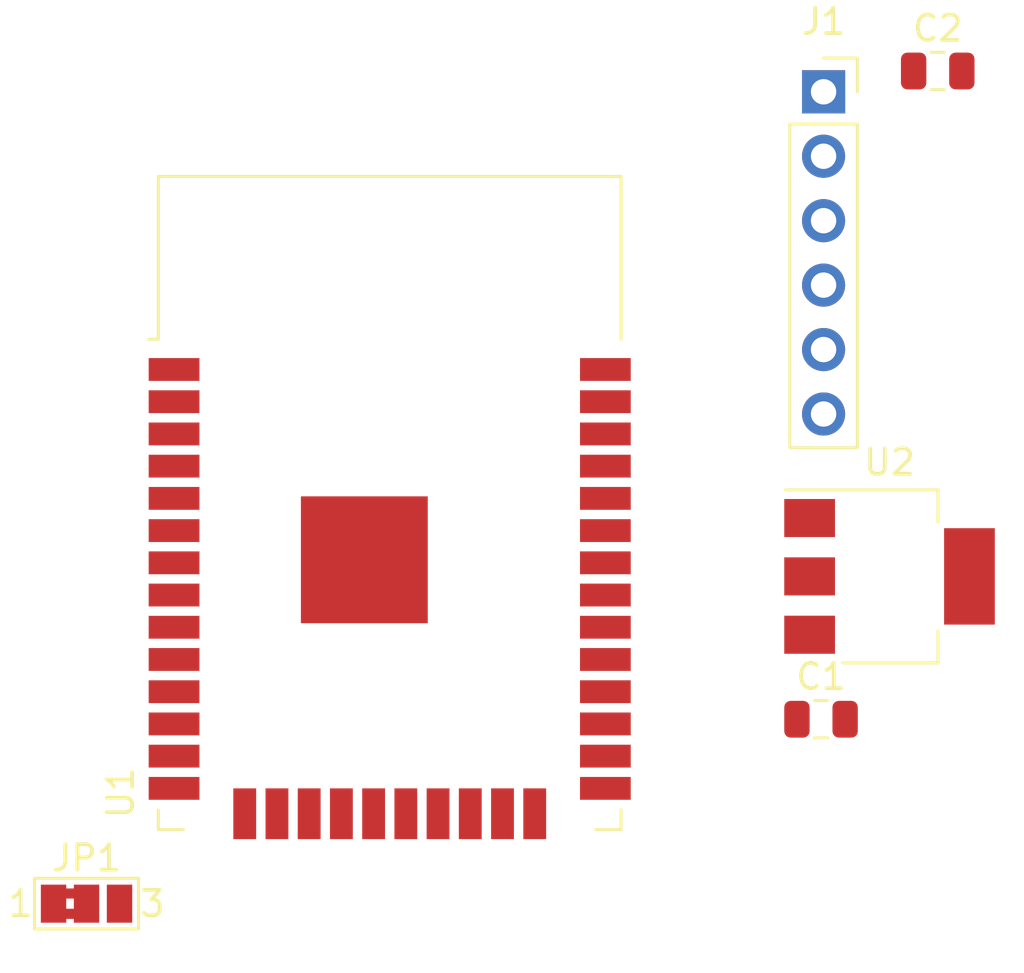
<source format=kicad_pcb>
(kicad_pcb (version 20211014) (generator pcbnew)
  (layers (0 "F.Cu" signal) (31 "B.Cu" signal) (34 "B.Paste" user) (35 "F.Paste" user) (36 "B.SilkS" user "B.Silkscreen") (37 "F.SilkS" user "F.Silkscreen") (38 "B.Mask" user) (39 "F.Mask" user) (44 "Edge.Cuts" user))
  (net 0 "")
  (net 1 "Net-(C1-Pad1)")
  (net 2 "GND")
  (net 3 "+3.3V")
  (net 5 "Net-(J1-Pad3)")
  (net 31 "/GPIO-0")
  (net 40 "/Rx")
  (net 41 "/Tx")
  (footprint "Package_TO_SOT_SMD:SOT-223-3_TabPin2" (layer "F.Cu") (at 164.1 83.47)
    (fp_text reference "U2" (at 0 -4.5) (layer "F.SilkS"))
    (fp_text value "AMS1117-3.3")
    (fp_line (start -4.1 -3.41) (end 1.91 -3.41) (layer "F.SilkS") (width 0.12))
    (fp_line (start 1.91 -3.41) (end 1.91 -2.15) (layer "F.SilkS") (width 0.12))
    (fp_line (start 1.91 3.41) (end 1.91 2.15) (layer "F.SilkS") (width 0.12))
    (fp_line (start -1.85 3.41) (end 1.91 3.41) (layer "F.SilkS") (width 0.12))
    (pad "1" smd rect (at -3.15 -2.3) (size 2 1.5) (layers "F.Cu" "F.Paste" "F.Mask") (net 2 "GND"))
    (pad "2" smd rect (at 3.15 0) (size 2 3.8) (layers "F.Cu" "F.Paste" "F.Mask") (net 3 "+3.3V"))
    (pad "2" smd rect (at -3.15 0) (size 2 1.5) (layers "F.Cu" "F.Paste" "F.Mask") (net 3 "+3.3V"))
    (pad "3" smd rect (at -3.15 2.3) (size 2 1.5) (layers "F.Cu" "F.Paste" "F.Mask") (net 1 "Net-(C1-Pad1)"))
  )
  (footprint "Capacitor_SMD:C_0805_2012Metric" (layer "F.Cu") (at 161.4 89.1)
    (fp_text reference "C1" (at 0 -1.68) (layer "F.SilkS"))
    (fp_text value "C")
    (fp_line (start -0.261252 0.735) (end 0.261252 0.735) (layer "F.SilkS") (width 0.12))
    (fp_line (start -0.261252 -0.735) (end 0.261252 -0.735) (layer "F.SilkS") (width 0.12))
    (pad "1" smd roundrect (at -0.95 0) (size 1 1.45) (layers "F.Cu" "F.Paste" "F.Mask") (net 1 "Net-(C1-Pad1)"))
    (pad "2" smd roundrect (at 0.95 0) (size 1 1.45) (layers "F.Cu" "F.Paste" "F.Mask") (net 2 "GND"))
  )
  (footprint "Jumper:SolderJumper-3_P1.3mm_Bridged2Bar12_Pad1.0x1.5mm_NumberLabels" (layer "F.Cu") (at 132.45 96.37)
    (fp_text reference "JP1" (at 0 -1.8) (layer "F.SilkS"))
    (fp_text value "V-select")
    (fp_text user "1" (at -2.6 0) (layer "F.SilkS"))
    (fp_text user "3" (at 2.6 0) (layer "F.SilkS"))
    (fp_poly (pts (xy -0.9 0.2) (xy -0.4 0.2) (xy -0.4 0.6) (xy -0.9 0.6)) (layer "F.Cu") (width 0) (fill solid))
    (fp_poly (pts (xy -0.9 -0.6) (xy -0.4 -0.6) (xy -0.4 -0.2) (xy -0.9 -0.2)) (layer "F.Cu") (width 0) (fill solid))
    (fp_line (start -2.05 1) (end -2.05 -1) (layer "F.SilkS") (width 0.12))
    (fp_line (start 2.05 -1) (end 2.05 1) (layer "F.SilkS") (width 0.12))
    (fp_line (start 2.05 1) (end -2.05 1) (layer "F.SilkS") (width 0.12))
    (fp_line (start -2.05 -1) (end 2.05 -1) (layer "F.SilkS") (width 0.12))
    (pad "1" smd rect (at -1.3 0) (size 1 1.5) (layers "F.Cu" "F.Mask") (net 3 "+3.3V"))
    (pad "2" smd rect (at 0 0) (size 1 1.5) (layers "F.Cu" "F.Mask") (net 5 "Net-(J1-Pad3)"))
    (pad "3" smd rect (at 1.3 0) (size 1 1.5) (layers "F.Cu" "F.Mask"))
  )
  (footprint "RF_Module:ESP32-WROOM-32" (layer "F.Cu") (at 144.4 83.57)
    (fp_text reference "U1" (at -10.61 8.43 90) (layer "F.SilkS"))
    (fp_text value "ESP32-WROOM-32D")
    (fp_line (start -9.12 -9.445) (end -9.5 -9.445) (layer "F.SilkS") (width 0.12))
    (fp_line (start -9.12 -15.865) (end -9.12 -9.445) (layer "F.SilkS") (width 0.12))
    (fp_line (start 9.12 9.88) (end 8.12 9.88) (layer "F.SilkS") (width 0.12))
    (fp_line (start 9.12 -15.865) (end 9.12 -9.445) (layer "F.SilkS") (width 0.12))
    (fp_line (start -9.12 9.1) (end -9.12 9.88) (layer "F.SilkS") (width 0.12))
    (fp_line (start -9.12 -15.865) (end 9.12 -15.865) (layer "F.SilkS") (width 0.12))
    (fp_line (start -9.12 9.88) (end -8.12 9.88) (layer "F.SilkS") (width 0.12))
    (fp_line (start 9.12 9.1) (end 9.12 9.88) (layer "F.SilkS") (width 0.12))
    (pad "1" smd rect (at -8.5 -8.255) (size 2 0.9) (layers "F.Cu" "F.Paste" "F.Mask") (net 2 "GND"))
    (pad "2" smd rect (at -8.5 -6.985) (size 2 0.9) (layers "F.Cu" "F.Paste" "F.Mask") (net 3 "+3.3V"))
    (pad "3" smd rect (at -8.5 -5.715) (size 2 0.9) (layers "F.Cu" "F.Paste" "F.Mask"))
    (pad "4" smd rect (at -8.5 -4.445) (size 2 0.9) (layers "F.Cu" "F.Paste" "F.Mask"))
    (pad "5" smd rect (at -8.5 -3.175) (size 2 0.9) (layers "F.Cu" "F.Paste" "F.Mask"))
    (pad "6" smd rect (at -8.5 -1.905) (size 2 0.9) (layers "F.Cu" "F.Paste" "F.Mask"))
    (pad "7" smd rect (at -8.5 -0.635) (size 2 0.9) (layers "F.Cu" "F.Paste" "F.Mask"))
    (pad "8" smd rect (at -8.5 0.635) (size 2 0.9) (layers "F.Cu" "F.Paste" "F.Mask"))
    (pad "9" smd rect (at -8.5 1.905) (size 2 0.9) (layers "F.Cu" "F.Paste" "F.Mask"))
    (pad "10" smd rect (at -8.5 3.175) (size 2 0.9) (layers "F.Cu" "F.Paste" "F.Mask"))
    (pad "11" smd rect (at -8.5 4.445) (size 2 0.9) (layers "F.Cu" "F.Paste" "F.Mask"))
    (pad "12" smd rect (at -8.5 5.715) (size 2 0.9) (layers "F.Cu" "F.Paste" "F.Mask"))
    (pad "13" smd rect (at -8.5 6.985) (size 2 0.9) (layers "F.Cu" "F.Paste" "F.Mask"))
    (pad "14" smd rect (at -8.5 8.255) (size 2 0.9) (layers "F.Cu" "F.Paste" "F.Mask"))
    (pad "15" smd rect (at -5.715 9.255 90) (size 2 0.9) (layers "F.Cu" "F.Paste" "F.Mask") (net 2 "GND"))
    (pad "16" smd rect (at -4.445 9.255 90) (size 2 0.9) (layers "F.Cu" "F.Paste" "F.Mask"))
    (pad "17" smd rect (at -3.175 9.255 90) (size 2 0.9) (layers "F.Cu" "F.Paste" "F.Mask"))
    (pad "18" smd rect (at -1.905 9.255 90) (size 2 0.9) (layers "F.Cu" "F.Paste" "F.Mask"))
    (pad "19" smd rect (at -0.635 9.255 90) (size 2 0.9) (layers "F.Cu" "F.Paste" "F.Mask"))
    (pad "20" smd rect (at 0.635 9.255 90) (size 2 0.9) (layers "F.Cu" "F.Paste" "F.Mask"))
    (pad "21" smd rect (at 1.905 9.255 90) (size 2 0.9) (layers "F.Cu" "F.Paste" "F.Mask"))
    (pad "22" smd rect (at 3.175 9.255 90) (size 2 0.9) (layers "F.Cu" "F.Paste" "F.Mask"))
    (pad "23" smd rect (at 4.445 9.255 90) (size 2 0.9) (layers "F.Cu" "F.Paste" "F.Mask"))
    (pad "24" smd rect (at 5.715 9.255 90) (size 2 0.9) (layers "F.Cu" "F.Paste" "F.Mask"))
    (pad "25" smd rect (at 8.5 8.255) (size 2 0.9) (layers "F.Cu" "F.Paste" "F.Mask") (net 31 "/GPIO-0"))
    (pad "26" smd rect (at 8.5 6.985) (size 2 0.9) (layers "F.Cu" "F.Paste" "F.Mask"))
    (pad "27" smd rect (at 8.5 5.715) (size 2 0.9) (layers "F.Cu" "F.Paste" "F.Mask"))
    (pad "28" smd rect (at 8.5 4.445) (size 2 0.9) (layers "F.Cu" "F.Paste" "F.Mask"))
    (pad "29" smd rect (at 8.5 3.175) (size 2 0.9) (layers "F.Cu" "F.Paste" "F.Mask"))
    (pad "30" smd rect (at 8.5 1.905) (size 2 0.9) (layers "F.Cu" "F.Paste" "F.Mask"))
    (pad "31" smd rect (at 8.5 0.635) (size 2 0.9) (layers "F.Cu" "F.Paste" "F.Mask"))
    (pad "32" smd rect (at 8.5 -0.635) (size 2 0.9) (layers "F.Cu" "F.Paste" "F.Mask"))
    (pad "33" smd rect (at 8.5 -1.905) (size 2 0.9) (layers "F.Cu" "F.Paste" "F.Mask"))
    (pad "34" smd rect (at 8.5 -3.175) (size 2 0.9) (layers "F.Cu" "F.Paste" "F.Mask") (net 40 "/Rx"))
    (pad "35" smd rect (at 8.5 -4.445) (size 2 0.9) (layers "F.Cu" "F.Paste" "F.Mask") (net 41 "/Tx"))
    (pad "36" smd rect (at 8.5 -5.715) (size 2 0.9) (layers "F.Cu" "F.Paste" "F.Mask"))
    (pad "37" smd rect (at 8.5 -6.985) (size 2 0.9) (layers "F.Cu" "F.Paste" "F.Mask"))
    (pad "38" smd rect (at 8.5 -8.255) (size 2 0.9) (layers "F.Cu" "F.Paste" "F.Mask") (net 2 "GND"))
    (pad "39" smd rect (at -1 -0.755) (size 5 5) (layers "F.Cu" "F.Paste" "F.Mask") (net 2 "GND"))
  )
  (footprint "Capacitor_SMD:C_0805_2012Metric" (layer "F.Cu") (at 166 63.55)
    (fp_text reference "C2" (at 0 -1.68) (layer "F.SilkS"))
    (fp_text value "C")
    (fp_line (start -0.261252 0.735) (end 0.261252 0.735) (layer "F.SilkS") (width 0.12))
    (fp_line (start -0.261252 -0.735) (end 0.261252 -0.735) (layer "F.SilkS") (width 0.12))
    (pad "1" smd roundrect (at -0.95 0) (size 1 1.45) (layers "F.Cu" "F.Paste" "F.Mask") (net 3 "+3.3V"))
    (pad "2" smd roundrect (at 0.95 0) (size 1 1.45) (layers "F.Cu" "F.Paste" "F.Mask") (net 2 "GND"))
  )
  (footprint "Connector_PinSocket_2.54mm:PinSocket_1x06_P2.54mm_Vertical" (layer "F.Cu") (at 161.5 64.37)
    (fp_text reference "J1" (at 0 -2.77) (layer "F.SilkS"))
    (fp_text value "FTDI")
    (fp_line (start -1.33 1.27) (end 1.33 1.27) (layer "F.SilkS") (width 0.12))
    (fp_line (start -1.33 14.03) (end 1.33 14.03) (layer "F.SilkS") (width 0.12))
    (fp_line (start 0 -1.33) (end 1.33 -1.33) (layer "F.SilkS") (width 0.12))
    (fp_line (start -1.33 1.27) (end -1.33 14.03) (layer "F.SilkS") (width 0.12))
    (fp_line (start 1.33 1.27) (end 1.33 14.03) (layer "F.SilkS") (width 0.12))
    (fp_line (start 1.33 -1.33) (end 1.33 0) (layer "F.SilkS") (width 0.12))
    (pad "1" thru_hole rect (at 0 0) (size 1.7 1.7) (drill 1) (layers *.Cu *.Mask) (net 2 "GND"))
    (pad "2" thru_hole oval (at 0 2.54) (size 1.7 1.7) (drill 1) (layers *.Cu *.Mask))
    (pad "3" thru_hole oval (at 0 5.08) (size 1.7 1.7) (drill 1) (layers *.Cu *.Mask) (net 5 "Net-(J1-Pad3)"))
    (pad "4" thru_hole oval (at 0 7.62) (size 1.7 1.7) (drill 1) (layers *.Cu *.Mask))
    (pad "5" thru_hole oval (at 0 10.16) (size 1.7 1.7) (drill 1) (layers *.Cu *.Mask))
    (pad "6" thru_hole oval (at 0 12.7) (size 1.7 1.7) (drill 1) (layers *.Cu *.Mask))
  )
)
</source>
